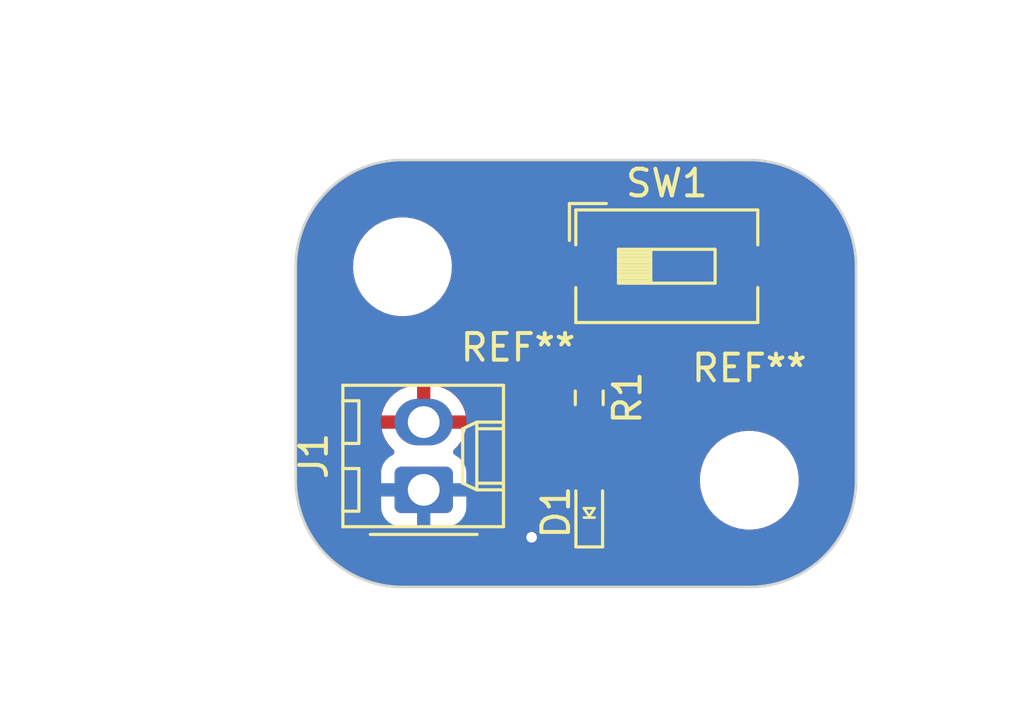
<source format=kicad_pcb>
(kicad_pcb (version 20221018) (generator pcbnew)
  (title_block (title "LED Blinker") (date "2023-09-07") (rev "1.0") (company "Illini Solar Car") (comment 1 "Designed By: Yubo Wu"))
  (layers (0 "F.Cu" signal) (31 "B.Cu" signal) (34 "B.Paste" user) (35 "F.Paste" user) (36 "B.SilkS" user "B.Silkscreen") (37 "F.SilkS" user "F.Silkscreen") (38 "B.Mask" user) (39 "F.Mask" user) (44 "Edge.Cuts" user))
  (net 0 "")
  (net 1 "GND")
  (net 2 "Net-(D1-A)")
  (net 3 "+3V3")
  (net 4 "Net-(R1-Pad1)")
  (footprint "Button_Switch_SMD:SW_DIP_SPSTx01_Slide_6.7x4.1mm_W8.61mm_P2.54mm_LowProfile" (layer "F.Cu") (at 121.907 93.98)
    (fp_text reference "SW1" (at 0 -3.11) (layer "F.SilkS"))
    (fp_text value "SW_Push")
    (fp_line (start -3.65 -2.35) (end -3.65 -0.967) (stroke (width 0.12)) (layer "F.SilkS"))
    (fp_line (start -3.65 -2.35) (end -2.267 -2.35) (stroke (width 0.12)) (layer "F.SilkS"))
    (fp_line (start -3.41 -2.11) (end -3.41 -0.8) (stroke (width 0.12)) (layer "F.SilkS"))
    (fp_line (start -3.41 -2.11) (end 3.41 -2.11) (stroke (width 0.12)) (layer "F.SilkS"))
    (fp_line (start -3.41 0.8) (end -3.41 2.11) (stroke (width 0.12)) (layer "F.SilkS"))
    (fp_line (start -3.41 2.11) (end 3.41 2.11) (stroke (width 0.12)) (layer "F.SilkS"))
    (fp_line (start -1.81 -0.635) (end -1.81 0.635) (stroke (width 0.12)) (layer "F.SilkS"))
    (fp_line (start -1.81 -0.515) (end -0.603333 -0.515) (stroke (width 0.12)) (layer "F.SilkS"))
    (fp_line (start -1.81 -0.395) (end -0.603333 -0.395) (stroke (width 0.12)) (layer "F.SilkS"))
    (fp_line (start -1.81 -0.275) (end -0.603333 -0.275) (stroke (width 0.12)) (layer "F.SilkS"))
    (fp_line (start -1.81 -0.155) (end -0.603333 -0.155) (stroke (width 0.12)) (layer "F.SilkS"))
    (fp_line (start -1.81 -0.035) (end -0.603333 -0.035) (stroke (width 0.12)) (layer "F.SilkS"))
    (fp_line (start -1.81 0.085) (end -0.603333 0.085) (stroke (width 0.12)) (layer "F.SilkS"))
    (fp_line (start -1.81 0.205) (end -0.603333 0.205) (stroke (width 0.12)) (layer "F.SilkS"))
    (fp_line (start -1.81 0.325) (end -0.603333 0.325) (stroke (width 0.12)) (layer "F.SilkS"))
    (fp_line (start -1.81 0.445) (end -0.603333 0.445) (stroke (width 0.12)) (layer "F.SilkS"))
    (fp_line (start -1.81 0.565) (end -0.603333 0.565) (stroke (width 0.12)) (layer "F.SilkS"))
    (fp_line (start -1.81 0.635) (end 1.81 0.635) (stroke (width 0.12)) (layer "F.SilkS"))
    (fp_line (start -0.603333 -0.635) (end -0.603333 0.635) (stroke (width 0.12)) (layer "F.SilkS"))
    (fp_line (start 1.81 -0.635) (end -1.81 -0.635) (stroke (width 0.12)) (layer "F.SilkS"))
    (fp_line (start 1.81 0.635) (end 1.81 -0.635) (stroke (width 0.12)) (layer "F.SilkS"))
    (fp_line (start 3.41 -2.11) (end 3.41 -0.8) (stroke (width 0.12)) (layer "F.SilkS"))
    (fp_line (start 3.41 0.8) (end 3.41 2.11) (stroke (width 0.12)) (layer "F.SilkS"))
    (pad "1" smd rect (at -4.305 0) (size 2.44 1.12) (layers "F.Cu" "F.Paste" "F.Mask") (net 3 "+3V3"))
    (pad "2" smd rect (at 4.305 0) (size 2.44 1.12) (layers "F.Cu" "F.Paste" "F.Mask") (net 4 "Net-(R1-Pad1)"))
  )
  (footprint "layout:LED_0603_Symbol_on_F.SilkS" (layer "F.Cu") (at 119 103.2 90)
    (fp_text reference "D1" (at 0 -1.25 90) (layer "F.SilkS"))
    (fp_text value "LED_RED")
    (fp_line (start -1.3 -0.5) (end -1.3 0.5) (stroke (width 0.12)) (layer "F.SilkS"))
    (fp_line (start -1.3 -0.5) (end 0.8 -0.5) (stroke (width 0.12)) (layer "F.SilkS"))
    (fp_line (start -1.3 0.5) (end 0.8 0.5) (stroke (width 0.12)) (layer "F.SilkS"))
    (fp_line (start -0.2 -0.2) (end -0.2 0.2) (stroke (width 0.1)) (layer "F.SilkS"))
    (fp_line (start -0.15 0) (end 0.15 -0.2) (stroke (width 0.1)) (layer "F.SilkS"))
    (fp_line (start 0.15 -0.2) (end 0.15 0.2) (stroke (width 0.1)) (layer "F.SilkS"))
    (fp_line (start 0.15 0.2) (end -0.15 0) (stroke (width 0.1)) (layer "F.SilkS"))
    (pad "1" smd rect (at -0.8 0 270) (size 0.8 0.8) (layers "F.Cu" "F.Paste" "F.Mask") (net 1 "GND"))
    (pad "2" smd rect (at 0.8 0 270) (size 0.8 0.8) (layers "F.Cu" "F.Paste" "F.Mask") (net 2 "Net-(D1-A)"))
  )
  (footprint "MountingHole:MountingHole_3.2mm_M3" (layer "F.Cu") (at 112 94)
    (fp_text reference "REF**" (at 4.332 3.028) (layer "F.SilkS"))
    (fp_text value "MountingHole_3.2mm_M3")
    (pad "" np_thru_hole circle (at 0 0) (size 3.2 3.2) (drill 3.2) (layers "*.Cu" "*.Mask"))
  )
  (footprint "Resistor_SMD:R_0603_1608Metric_Pad0.98x0.95mm_HandSolder" (layer "F.Cu") (at 119 98.9125 -90)
    (fp_text reference "R1" (at 0 -1.43 90) (layer "F.SilkS"))
    (fp_text value "105")
    (fp_line (start -0.254724 -0.5225) (end 0.254724 -0.5225) (stroke (width 0.12)) (layer "F.SilkS"))
    (fp_line (start -0.254724 0.5225) (end 0.254724 0.5225) (stroke (width 0.12)) (layer "F.SilkS"))
    (pad "1" smd roundrect (at -0.9125 0 270) (size 0.975 0.95) (layers "F.Cu" "F.Paste" "F.Mask") (net 4 "Net-(R1-Pad1)"))
    (pad "2" smd roundrect (at 0.9125 0 270) (size 0.975 0.95) (layers "F.Cu" "F.Paste" "F.Mask") (net 2 "Net-(D1-A)"))
  )
  (footprint "MountingHole:MountingHole_3.2mm_M3" (layer "F.Cu") (at 125 102)
    (fp_text reference "REF**" (at 0 -4.2) (layer "F.SilkS"))
    (fp_text value "MountingHole_3.2mm_M3")
    (pad "" np_thru_hole circle (at 0 0) (size 3.2 3.2) (drill 3.2) (layers "*.Cu" "*.Mask"))
  )
  (footprint "Connector_Molex:Molex_KK-254_AE-6410-02A_1x02_P2.54mm_Vertical" (layer "F.Cu") (at 112.796 102.362 90)
    (fp_text reference "J1" (at 1.27 -4.12 90) (layer "F.SilkS"))
    (fp_text value "Conn_01x02")
    (fp_line (start -1.67 -2) (end -1.67 2) (stroke (width 0.12)) (layer "F.SilkS"))
    (fp_line (start -1.38 -3.03) (end -1.38 2.99) (stroke (width 0.12)) (layer "F.SilkS"))
    (fp_line (start -1.38 2.99) (end 3.92 2.99) (stroke (width 0.12)) (layer "F.SilkS"))
    (fp_line (start -0.8 -3.03) (end -0.8 -2.43) (stroke (width 0.12)) (layer "F.SilkS"))
    (fp_line (start -0.8 -2.43) (end 0.8 -2.43) (stroke (width 0.12)) (layer "F.SilkS"))
    (fp_line (start 0 1.99) (end 0.25 1.46) (stroke (width 0.12)) (layer "F.SilkS"))
    (fp_line (start 0 1.99) (end 2.54 1.99) (stroke (width 0.12)) (layer "F.SilkS"))
    (fp_line (start 0 2.99) (end 0 1.99) (stroke (width 0.12)) (layer "F.SilkS"))
    (fp_line (start 0.25 1.46) (end 2.29 1.46) (stroke (width 0.12)) (layer "F.SilkS"))
    (fp_line (start 0.25 2.99) (end 0.25 1.99) (stroke (width 0.12)) (layer "F.SilkS"))
    (fp_line (start 0.8 -2.43) (end 0.8 -3.03) (stroke (width 0.12)) (layer "F.SilkS"))
    (fp_line (start 1.74 -3.03) (end 1.74 -2.43) (stroke (width 0.12)) (layer "F.SilkS"))
    (fp_line (start 1.74 -2.43) (end 3.34 -2.43) (stroke (width 0.12)) (layer "F.SilkS"))
    (fp_line (start 2.29 1.46) (end 2.54 1.99) (stroke (width 0.12)) (layer "F.SilkS"))
    (fp_line (start 2.29 2.99) (end 2.29 1.99) (stroke (width 0.12)) (layer "F.SilkS"))
    (fp_line (start 2.54 1.99) (end 2.54 2.99) (stroke (width 0.12)) (layer "F.SilkS"))
    (fp_line (start 3.34 -2.43) (end 3.34 -3.03) (stroke (width 0.12)) (layer "F.SilkS"))
    (fp_line (start 3.92 -3.03) (end -1.38 -3.03) (stroke (width 0.12)) (layer "F.SilkS"))
    (fp_line (start 3.92 2.99) (end 3.92 -3.03) (stroke (width 0.12)) (layer "F.SilkS"))
    (pad "1" thru_hole roundrect (at 0 0 90) (size 1.74 2.19) (drill 1.19) (layers "*.Cu" "*.Mask") (roundrect_rratio 0.143678) (net 1 "GND"))
    (pad "2" thru_hole oval (at 2.54 0 90) (size 1.74 2.19) (drill 1.19) (layers "*.Cu" "*.Mask") (net 3 "+3V3"))
  )
  (gr_line (start 108 102) (end 108 94) (stroke (width 0.1)) (layer "Edge.Cuts"))
  (gr_arc (start 125 90) (mid 127.828427 91.171573) (end 129 94) (stroke (width 0.1)) (layer "Edge.Cuts"))
  (gr_line (start 129 94) (end 129 102) (stroke (width 0.1)) (layer "Edge.Cuts"))
  (gr_line (start 124 90) (end 125 90) (stroke (width 0.1)) (layer "Edge.Cuts"))
  (gr_line (start 112 90) (end 124 90) (stroke (width 0.1)) (layer "Edge.Cuts"))
  (gr_arc (start 129 102) (mid 127.828427 104.828427) (end 125 106) (stroke (width 0.1)) (layer "Edge.Cuts"))
  (gr_line (start 125 106) (end 112 106) (stroke (width 0.1)) (layer "Edge.Cuts"))
  (gr_arc (start 108 94) (mid 109.171573 91.171573) (end 112 90) (stroke (width 0.1)) (layer "Edge.Cuts"))
  (gr_arc (start 112 106) (mid 109.171573 104.828427) (end 108 102) (stroke (width 0.1)) (layer "Edge.Cuts"))
  (segment (start 116.98 104) (end 116.84 104.14) (width 0.25) (layer "F.Cu") (net 1))
  (segment (start 119 104) (end 116.98 104) (width 0.25) (layer "F.Cu") (net 1))
  (via (at 116.84 104.14) (size 0.8) (drill 0.4) (layers "F.Cu" "B.Cu") (net 1))
  (segment (start 119 99.825) (end 119 102.4) (width 0.25) (layer "F.Cu") (net 2))
  (segment (start 124.968 98.044) (end 119.044 98.044) (width 0.25) (layer "F.Cu") (net 4))
  (segment (start 126.212 96.8) (end 124.968 98.044) (width 0.25) (layer "F.Cu") (net 4))
  (segment (start 119.044 98.044) (end 119 98) (width 0.25) (layer "F.Cu") (net 4))
  (segment (start 126.212 93.98) (end 126.212 96.8) (width 0.25) (layer "F.Cu") (net 4))
  (zone (net 3) (net_name "+3V3") (layer "F.Cu") (connect_pads (clearance 0.508)) (min_thickness 0.25) (fill yes (thermal_gap 0.5) (thermal_bridge_width 0.5))
    (polygon (pts (xy 108 90) (xy 108 106) (xy 129 106) (xy 129 90)))
  )
  (zone (net 1) (net_name "GND") (layer "B.Cu") (priority 1) (connect_pads (clearance 0.508)) (min_thickness 0.25) (fill yes (thermal_gap 0.5) (thermal_bridge_width 0.5))
    (polygon (pts (xy 108 90) (xy 108 106) (xy 129 106) (xy 129 90)))
  )
)
</source>
